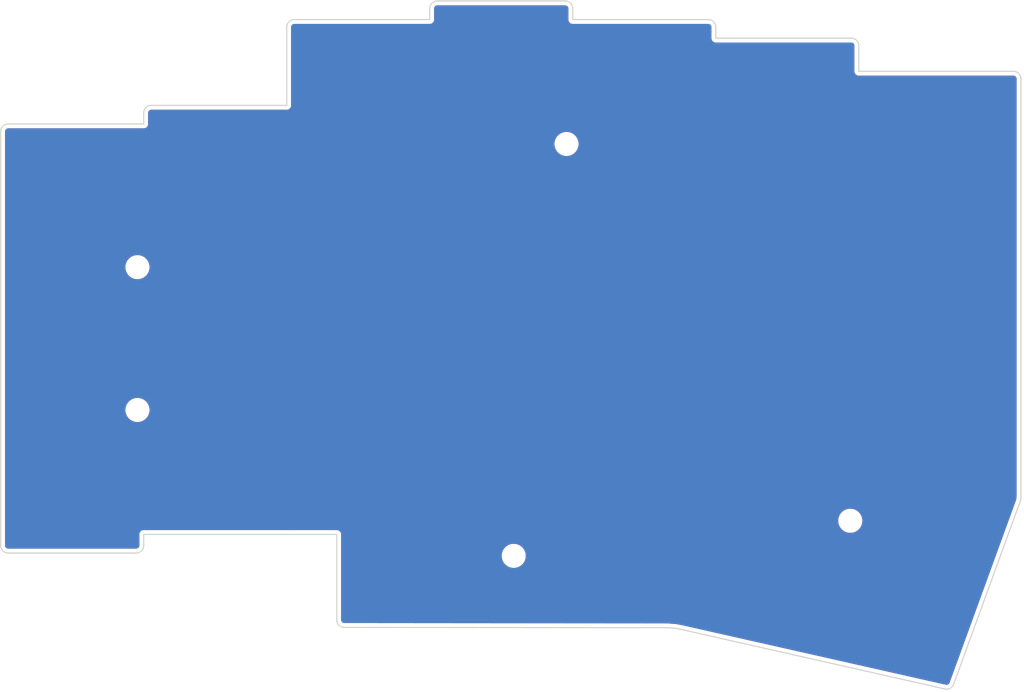
<source format=kicad_pcb>
(kicad_pcb (version 20171130) (host pcbnew "(5.1.10)-1")

  (general
    (thickness 1.6)
    (drawings 37)
    (tracks 0)
    (zones 0)
    (modules 5)
    (nets 1)
  )

  (page A4)
  (layers
    (0 F.Cu signal)
    (31 B.Cu signal)
    (32 B.Adhes user)
    (33 F.Adhes user)
    (34 B.Paste user)
    (35 F.Paste user)
    (36 B.SilkS user)
    (37 F.SilkS user)
    (38 B.Mask user)
    (39 F.Mask user)
    (40 Dwgs.User user)
    (41 Cmts.User user)
    (42 Eco1.User user)
    (43 Eco2.User user)
    (44 Edge.Cuts user)
    (45 Margin user)
    (46 B.CrtYd user)
    (47 F.CrtYd user)
    (48 B.Fab user)
    (49 F.Fab user)
  )

  (setup
    (last_trace_width 0.25)
    (trace_clearance 0.2)
    (zone_clearance 0.508)
    (zone_45_only no)
    (trace_min 0.2)
    (via_size 0.8)
    (via_drill 0.4)
    (via_min_size 0.4)
    (via_min_drill 0.3)
    (uvia_size 0.3)
    (uvia_drill 0.1)
    (uvias_allowed no)
    (uvia_min_size 0.2)
    (uvia_min_drill 0.1)
    (edge_width 0.05)
    (segment_width 0.2)
    (pcb_text_width 0.3)
    (pcb_text_size 1.5 1.5)
    (mod_edge_width 0.12)
    (mod_text_size 1 1)
    (mod_text_width 0.15)
    (pad_size 2.2 2.2)
    (pad_drill 2.2)
    (pad_to_mask_clearance 0)
    (aux_axis_origin 0 0)
    (visible_elements 7FFFFFFF)
    (pcbplotparams
      (layerselection 0x010fc_ffffffff)
      (usegerberextensions false)
      (usegerberattributes true)
      (usegerberadvancedattributes true)
      (creategerberjobfile false)
      (excludeedgelayer true)
      (linewidth 0.100000)
      (plotframeref false)
      (viasonmask false)
      (mode 1)
      (useauxorigin false)
      (hpglpennumber 1)
      (hpglpenspeed 20)
      (hpglpendiameter 15.000000)
      (psnegative false)
      (psa4output false)
      (plotreference true)
      (plotvalue true)
      (plotinvisibletext false)
      (padsonsilk false)
      (subtractmaskfromsilk false)
      (outputformat 1)
      (mirror false)
      (drillshape 0)
      (scaleselection 1)
      (outputdirectory "gerber/"))
  )

  (net 0 "")

  (net_class Default "This is the default net class."
    (clearance 0.2)
    (trace_width 0.25)
    (via_dia 0.8)
    (via_drill 0.4)
    (uvia_dia 0.3)
    (uvia_drill 0.1)
  )

  (module kbd:M2_HOLE_v2 (layer F.Cu) (tedit 6129D05A) (tstamp 612A2FA8)
    (at 95.7288 36.9062)
    (descr "Mounting Hole 2.2mm, no annular, M2")
    (tags "mounting hole 2.2mm no annular m2")
    (attr virtual)
    (fp_text reference Ref** (at -0.95 -0.55) (layer F.Fab) hide
      (effects (font (size 1 1) (thickness 0.15)))
    )
    (fp_text value Val** (at 0 0.55) (layer F.Fab) hide
      (effects (font (size 1 1) (thickness 0.15)))
    )
    (pad "" np_thru_hole circle (at 0 0) (size 2.2 2.2) (drill 2.2) (layers *.Cu *.Mask))
  )

  (module kbd:M2_HOLE_v2 (layer F.Cu) (tedit 6129CFE8) (tstamp 612A2F6C)
    (at 38.5788 53.3146)
    (descr "Mounting Hole 2.2mm, no annular, M2")
    (tags "mounting hole 2.2mm no annular m2")
    (attr virtual)
    (fp_text reference Ref** (at -0.95 -0.55) (layer F.Fab) hide
      (effects (font (size 1 1) (thickness 0.15)))
    )
    (fp_text value Val** (at 0 0.55) (layer F.Fab) hide
      (effects (font (size 1 1) (thickness 0.15)))
    )
    (pad "" np_thru_hole circle (at 0 0) (size 2.2 2.2) (drill 2.2) (layers *.Cu *.Mask))
  )

  (module kbd:M2_HOLE_v2 (layer F.Cu) (tedit 6129CFCF) (tstamp 612A2F41)
    (at 38.5788 72.3392)
    (descr "Mounting Hole 2.2mm, no annular, M2")
    (tags "mounting hole 2.2mm no annular m2")
    (attr virtual)
    (fp_text reference Ref** (at -0.95 -0.55) (layer F.Fab) hide
      (effects (font (size 1 1) (thickness 0.15)))
    )
    (fp_text value Val** (at 0 0.55) (layer F.Fab) hide
      (effects (font (size 1 1) (thickness 0.15)))
    )
    (pad "" np_thru_hole circle (at 0 0) (size 2.2 2.2) (drill 2.2) (layers *.Cu *.Mask))
  )

  (module kbd:M2_HOLE_v2 (layer F.Cu) (tedit 6129CFB2) (tstamp 612A2F1C)
    (at 133.5278 87.0966)
    (descr "Mounting Hole 2.2mm, no annular, M2")
    (tags "mounting hole 2.2mm no annular m2")
    (attr virtual)
    (fp_text reference Ref** (at -0.95 -0.55) (layer F.Fab) hide
      (effects (font (size 1 1) (thickness 0.15)))
    )
    (fp_text value Val** (at 0 0.55) (layer F.Fab) hide
      (effects (font (size 1 1) (thickness 0.15)))
    )
    (pad "" np_thru_hole circle (at 0 0) (size 2.2 2.2) (drill 2.2) (layers *.Cu *.Mask))
  )

  (module kbd:M2_HOLE_v2 (layer F.Cu) (tedit 6129CF95) (tstamp 612A2EDE)
    (at 88.6968 91.7702)
    (descr "Mounting Hole 2.2mm, no annular, M2")
    (tags "mounting hole 2.2mm no annular m2")
    (attr virtual)
    (fp_text reference Ref** (at -0.95 -0.55) (layer F.Fab) hide
      (effects (font (size 1 1) (thickness 0.15)))
    )
    (fp_text value Val** (at 0 0.55) (layer F.Fab) hide
      (effects (font (size 1 1) (thickness 0.15)))
    )
    (pad "" np_thru_hole circle (at 0 0) (size 2.2 2.2) (drill 2.2) (layers *.Cu *.Mask))
  )

  (gr_line (start 147.295747 108.870296) (end 156.144759 84.557828) (layer Edge.Cuts) (width 0.15))
  (gr_line (start 156.265374 83.873788) (end 156.265374 28.226442) (layer Edge.Cuts) (width 0.15))
  (gr_line (start 110.938595 101.55787) (end 146.135844 109.503728) (layer Edge.Cuts) (width 0.15))
  (gr_arc (start 154.265374 83.873788) (end 156.144759 84.557828) (angle -19.99999467) (layer Edge.Cuts) (width 0.15))
  (gr_arc (start 146.356055 108.528275) (end 146.135844 109.503728) (angle -82.721402) (layer Edge.Cuts) (width 0.15))
  (gr_line (start 115.611401 22.8125) (end 115.611401 21.336) (layer Edge.Cuts) (width 0.15))
  (gr_arc (start 155.265374 28.226442) (end 156.265374 28.226442) (angle -90) (layer Edge.Cuts) (width 0.15))
  (gr_line (start 115.611401 22.8125) (end 133.661401 22.812501) (layer Edge.Cuts) (width 0.15))
  (gr_arc (start 66.128901 100.299377) (end 65.128901 100.299377) (angle -89.94975128) (layer Edge.Cuts) (width 0.15))
  (gr_line (start 39.411401 34.2425) (end 39.4114 32.766) (layer Edge.Cuts) (width 0.15))
  (gr_line (start 39.411401 34.2425) (end 21.361401 34.2425) (layer Edge.Cuts) (width 0.15))
  (gr_arc (start 21.361402 90.3925) (end 20.361402 90.3925) (angle -90) (layer Edge.Cuts) (width 0.15))
  (gr_arc (start 78.5114 18.8595) (end 78.511401 17.8595) (angle -90) (layer Edge.Cuts) (width 0.15))
  (gr_line (start 96.561401 20.336) (end 96.561401 18.8595) (layer Edge.Cuts) (width 0.15))
  (gr_line (start 58.4614 88.916) (end 65.128901 88.916) (layer Edge.Cuts) (width 0.15))
  (gr_arc (start 38.411401 90.3925) (end 38.411401 91.392501) (angle -90) (layer Edge.Cuts) (width 0.15))
  (gr_line (start 77.511401 20.336) (end 59.461401 20.336) (layer Edge.Cuts) (width 0.15))
  (gr_line (start 20.361401 35.2425) (end 20.361402 90.3925) (layer Edge.Cuts) (width 0.15))
  (gr_line (start 96.561401 20.336) (end 114.611401 20.336) (layer Edge.Cuts) (width 0.15))
  (gr_line (start 58.461401 21.336) (end 58.4614 31.766) (layer Edge.Cuts) (width 0.15))
  (gr_line (start 134.6614 27.226442) (end 155.265374 27.226442) (layer Edge.Cuts) (width 0.15))
  (gr_arc (start 21.361401 35.2425) (end 21.361401 34.2425) (angle -90) (layer Edge.Cuts) (width 0.15))
  (gr_line (start 39.411401 90.3925) (end 39.411401 88.916) (layer Edge.Cuts) (width 0.15))
  (gr_arc (start 95.561401 18.8595) (end 96.561401 18.8595) (angle -90) (layer Edge.Cuts) (width 0.15))
  (gr_arc (start 133.661401 23.8125) (end 134.6614 23.8125) (angle -90) (layer Edge.Cuts) (width 0.15))
  (gr_line (start 38.411401 91.392501) (end 21.361401 91.392501) (layer Edge.Cuts) (width 0.15))
  (gr_line (start 134.6614 27.226442) (end 134.6614 23.8125) (layer Edge.Cuts) (width 0.15))
  (gr_line (start 58.4614 31.766) (end 40.411401 31.766) (layer Edge.Cuts) (width 0.15))
  (gr_line (start 66.128023 101.299377) (end 108.964593 101.336945) (layer Edge.Cuts) (width 0.15))
  (gr_line (start 95.561401 17.859501) (end 78.511401 17.8595) (layer Edge.Cuts) (width 0.15))
  (gr_arc (start 114.611401 21.336) (end 115.611401 21.336) (angle -90) (layer Edge.Cuts) (width 0.15))
  (gr_line (start 39.411401 88.916) (end 58.4614 88.916) (layer Edge.Cuts) (width 0.15))
  (gr_arc (start 108.9567 110.33694) (end 110.938595 101.55787) (angle -12.67115316) (layer Edge.Cuts) (width 0.15))
  (gr_line (start 77.511401 20.336) (end 77.511401 18.8595) (layer Edge.Cuts) (width 0.15))
  (gr_line (start 65.128901 88.916) (end 65.128901 100.299377) (layer Edge.Cuts) (width 0.15))
  (gr_arc (start 59.4614 21.336) (end 59.461401 20.336) (angle -90) (layer Edge.Cuts) (width 0.15))
  (gr_arc (start 40.4114 32.766) (end 40.411401 31.766) (angle -90) (layer Edge.Cuts) (width 0.15))

  (zone (net 0) (net_name "") (layer F.Cu) (tstamp 612A334E) (hatch edge 0.508)
    (connect_pads (clearance 0.508))
    (min_thickness 0.254)
    (fill yes (arc_segments 32) (thermal_gap 0.508) (thermal_bridge_width 0.508))
    (polygon
      (pts
        (xy 96.6724 17.8562) (xy 96.6724 20.1422) (xy 115.824 20.1676) (xy 115.7478 22.733) (xy 134.9248 22.5298)
        (xy 134.747 26.9748) (xy 156.5148 27.0764) (xy 156.4386 84.2264) (xy 147.1168 109.9312) (xy 110.3122 101.3714)
        (xy 65.2526 101.4222) (xy 64.9986 89.0524) (xy 39.497 89.0016) (xy 39.624 91.5162) (xy 20.2946 91.5416)
        (xy 20.2692 34.0106) (xy 39.3192 34.1376) (xy 39.243 31.6738) (xy 58.1914 31.6738) (xy 58.293 20.2692)
        (xy 77.4192 20.2946) (xy 77.5716 17.7546)
      )
    )
    (filled_polygon
      (pts
        (xy 95.526689 18.569501) (xy 95.617066 18.578363) (xy 95.670615 18.59453) (xy 95.719998 18.620788) (xy 95.763346 18.656141)
        (xy 95.799001 18.69924) (xy 95.825602 18.748437) (xy 95.842143 18.801875) (xy 95.851402 18.889964) (xy 95.851401 20.301122)
        (xy 95.847966 20.336) (xy 95.861674 20.475184) (xy 95.902273 20.60902) (xy 95.968201 20.732363) (xy 96.056926 20.840475)
        (xy 96.133713 20.903492) (xy 96.165038 20.9292) (xy 96.288381 20.995128) (xy 96.422217 21.035727) (xy 96.561401 21.049435)
        (xy 96.596278 21.046) (xy 114.576679 21.046) (xy 114.667066 21.054863) (xy 114.720615 21.07103) (xy 114.769998 21.097288)
        (xy 114.813346 21.132641) (xy 114.849001 21.17574) (xy 114.875602 21.224937) (xy 114.892143 21.278375) (xy 114.901402 21.366464)
        (xy 114.901401 22.777632) (xy 114.897967 22.8125) (xy 114.901401 22.847369) (xy 114.901401 22.847376) (xy 114.911674 22.951683)
        (xy 114.952273 23.085519) (xy 115.018201 23.208862) (xy 115.106926 23.316974) (xy 115.215038 23.4057) (xy 115.338381 23.471628)
        (xy 115.472217 23.512227) (xy 115.611401 23.525935) (xy 115.646288 23.522499) (xy 133.626679 23.522501) (xy 133.717066 23.531364)
        (xy 133.770615 23.547531) (xy 133.819999 23.573789) (xy 133.863346 23.609142) (xy 133.898998 23.652237) (xy 133.9256 23.701438)
        (xy 133.942142 23.754877) (xy 133.951401 23.842964) (xy 133.9514 27.191565) (xy 133.947965 27.226442) (xy 133.961673 27.365626)
        (xy 134.002272 27.499462) (xy 134.0682 27.622805) (xy 134.156925 27.730917) (xy 134.235861 27.795698) (xy 134.265037 27.819642)
        (xy 134.38838 27.88557) (xy 134.522216 27.926169) (xy 134.6614 27.939877) (xy 134.696277 27.936442) (xy 155.230652 27.936442)
        (xy 155.321039 27.945305) (xy 155.374588 27.961472) (xy 155.423971 27.98773) (xy 155.467319 28.023083) (xy 155.502974 28.066182)
        (xy 155.529575 28.115379) (xy 155.546116 28.168817) (xy 155.555375 28.256906) (xy 155.555374 83.839067) (xy 155.526735 84.131151)
        (xy 155.468252 84.340613) (xy 146.64044 108.594838) (xy 146.6012 108.676738) (xy 146.567692 108.721528) (xy 146.526124 108.758957)
        (xy 146.478085 108.787593) (xy 146.425389 108.806358) (xy 146.370051 108.814529) (xy 146.292756 108.810749) (xy 146.279161 108.808214)
        (xy 111.060923 100.857619) (xy 111.045321 100.855677) (xy 110.280388 100.718239) (xy 110.273384 100.717455) (xy 110.266514 100.715888)
        (xy 110.202506 100.708651) (xy 109.023519 100.629304) (xy 109.000092 100.626976) (xy 66.163378 100.589408) (xy 66.072989 100.580466)
        (xy 66.019455 100.564252) (xy 65.970094 100.537951) (xy 65.926777 100.502559) (xy 65.891164 100.459433) (xy 65.864601 100.410202)
        (xy 65.848108 100.356757) (xy 65.838901 100.268416) (xy 65.838901 91.599317) (xy 86.9618 91.599317) (xy 86.9618 91.941083)
        (xy 87.028475 92.276281) (xy 87.159263 92.592031) (xy 87.349137 92.876198) (xy 87.590802 93.117863) (xy 87.874969 93.307737)
        (xy 88.190719 93.438525) (xy 88.525917 93.5052) (xy 88.867683 93.5052) (xy 89.202881 93.438525) (xy 89.518631 93.307737)
        (xy 89.802798 93.117863) (xy 90.044463 92.876198) (xy 90.234337 92.592031) (xy 90.365125 92.276281) (xy 90.4318 91.941083)
        (xy 90.4318 91.599317) (xy 90.365125 91.264119) (xy 90.234337 90.948369) (xy 90.044463 90.664202) (xy 89.802798 90.422537)
        (xy 89.518631 90.232663) (xy 89.202881 90.101875) (xy 88.867683 90.0352) (xy 88.525917 90.0352) (xy 88.190719 90.101875)
        (xy 87.874969 90.232663) (xy 87.590802 90.422537) (xy 87.349137 90.664202) (xy 87.159263 90.948369) (xy 87.028475 91.264119)
        (xy 86.9618 91.599317) (xy 65.838901 91.599317) (xy 65.838901 88.950877) (xy 65.842336 88.916) (xy 65.828628 88.776816)
        (xy 65.788029 88.64298) (xy 65.722101 88.519637) (xy 65.633376 88.411525) (xy 65.525264 88.3228) (xy 65.401921 88.256872)
        (xy 65.268085 88.216273) (xy 65.163778 88.206) (xy 65.128901 88.202565) (xy 65.094024 88.206) (xy 39.446278 88.206)
        (xy 39.411401 88.202565) (xy 39.376524 88.206) (xy 39.272217 88.216273) (xy 39.138381 88.256872) (xy 39.015038 88.3228)
        (xy 38.906926 88.411525) (xy 38.818201 88.519637) (xy 38.752273 88.64298) (xy 38.711674 88.776816) (xy 38.697966 88.916)
        (xy 38.701402 88.950887) (xy 38.701401 90.357789) (xy 38.69254 90.448165) (xy 38.676372 90.501714) (xy 38.650113 90.5511)
        (xy 38.614762 90.594445) (xy 38.571666 90.630097) (xy 38.522459 90.656703) (xy 38.469026 90.673243) (xy 38.380946 90.682501)
        (xy 21.396133 90.682501) (xy 21.305738 90.673638) (xy 21.252188 90.65747) (xy 21.202805 90.631212) (xy 21.159455 90.595857)
        (xy 21.123803 90.552761) (xy 21.097201 90.503563) (xy 21.08066 90.450125) (xy 21.071402 90.362045) (xy 21.071402 86.925717)
        (xy 131.7928 86.925717) (xy 131.7928 87.267483) (xy 131.859475 87.602681) (xy 131.990263 87.918431) (xy 132.180137 88.202598)
        (xy 132.421802 88.444263) (xy 132.705969 88.634137) (xy 133.021719 88.764925) (xy 133.356917 88.8316) (xy 133.698683 88.8316)
        (xy 134.033881 88.764925) (xy 134.349631 88.634137) (xy 134.633798 88.444263) (xy 134.875463 88.202598) (xy 135.065337 87.918431)
        (xy 135.196125 87.602681) (xy 135.2628 87.267483) (xy 135.2628 86.925717) (xy 135.196125 86.590519) (xy 135.065337 86.274769)
        (xy 134.875463 85.990602) (xy 134.633798 85.748937) (xy 134.349631 85.559063) (xy 134.033881 85.428275) (xy 133.698683 85.3616)
        (xy 133.356917 85.3616) (xy 133.021719 85.428275) (xy 132.705969 85.559063) (xy 132.421802 85.748937) (xy 132.180137 85.990602)
        (xy 131.990263 86.274769) (xy 131.859475 86.590519) (xy 131.7928 86.925717) (xy 21.071402 86.925717) (xy 21.071402 72.168317)
        (xy 36.8438 72.168317) (xy 36.8438 72.510083) (xy 36.910475 72.845281) (xy 37.041263 73.161031) (xy 37.231137 73.445198)
        (xy 37.472802 73.686863) (xy 37.756969 73.876737) (xy 38.072719 74.007525) (xy 38.407917 74.0742) (xy 38.749683 74.0742)
        (xy 39.084881 74.007525) (xy 39.400631 73.876737) (xy 39.684798 73.686863) (xy 39.926463 73.445198) (xy 40.116337 73.161031)
        (xy 40.247125 72.845281) (xy 40.3138 72.510083) (xy 40.3138 72.168317) (xy 40.247125 71.833119) (xy 40.116337 71.517369)
        (xy 39.926463 71.233202) (xy 39.684798 70.991537) (xy 39.400631 70.801663) (xy 39.084881 70.670875) (xy 38.749683 70.6042)
        (xy 38.407917 70.6042) (xy 38.072719 70.670875) (xy 37.756969 70.801663) (xy 37.472802 70.991537) (xy 37.231137 71.233202)
        (xy 37.041263 71.517369) (xy 36.910475 71.833119) (xy 36.8438 72.168317) (xy 21.071402 72.168317) (xy 21.071401 53.143717)
        (xy 36.8438 53.143717) (xy 36.8438 53.485483) (xy 36.910475 53.820681) (xy 37.041263 54.136431) (xy 37.231137 54.420598)
        (xy 37.472802 54.662263) (xy 37.756969 54.852137) (xy 38.072719 54.982925) (xy 38.407917 55.0496) (xy 38.749683 55.0496)
        (xy 39.084881 54.982925) (xy 39.400631 54.852137) (xy 39.684798 54.662263) (xy 39.926463 54.420598) (xy 40.116337 54.136431)
        (xy 40.247125 53.820681) (xy 40.3138 53.485483) (xy 40.3138 53.143717) (xy 40.247125 52.808519) (xy 40.116337 52.492769)
        (xy 39.926463 52.208602) (xy 39.684798 51.966937) (xy 39.400631 51.777063) (xy 39.084881 51.646275) (xy 38.749683 51.5796)
        (xy 38.407917 51.5796) (xy 38.072719 51.646275) (xy 37.756969 51.777063) (xy 37.472802 51.966937) (xy 37.231137 52.208602)
        (xy 37.041263 52.492769) (xy 36.910475 52.808519) (xy 36.8438 53.143717) (xy 21.071401 53.143717) (xy 21.071401 36.735317)
        (xy 93.9938 36.735317) (xy 93.9938 37.077083) (xy 94.060475 37.412281) (xy 94.191263 37.728031) (xy 94.381137 38.012198)
        (xy 94.622802 38.253863) (xy 94.906969 38.443737) (xy 95.222719 38.574525) (xy 95.557917 38.6412) (xy 95.899683 38.6412)
        (xy 96.234881 38.574525) (xy 96.550631 38.443737) (xy 96.834798 38.253863) (xy 97.076463 38.012198) (xy 97.266337 37.728031)
        (xy 97.397125 37.412281) (xy 97.4638 37.077083) (xy 97.4638 36.735317) (xy 97.397125 36.400119) (xy 97.266337 36.084369)
        (xy 97.076463 35.800202) (xy 96.834798 35.558537) (xy 96.550631 35.368663) (xy 96.234881 35.237875) (xy 95.899683 35.1712)
        (xy 95.557917 35.1712) (xy 95.222719 35.237875) (xy 94.906969 35.368663) (xy 94.622802 35.558537) (xy 94.381137 35.800202)
        (xy 94.191263 36.084369) (xy 94.060475 36.400119) (xy 93.9938 36.735317) (xy 21.071401 36.735317) (xy 21.0714 35.277232)
        (xy 21.080264 35.186835) (xy 21.096431 35.133286) (xy 21.122689 35.083903) (xy 21.158042 35.040555) (xy 21.201141 35.0049)
        (xy 21.250338 34.978299) (xy 21.303776 34.961758) (xy 21.391856 34.9525) (xy 39.376532 34.9525) (xy 39.411401 34.955934)
        (xy 39.446268 34.9525) (xy 39.446278 34.9525) (xy 39.550585 34.942227) (xy 39.684421 34.901628) (xy 39.807764 34.8357)
        (xy 39.915876 34.746975) (xy 40.004601 34.638863) (xy 40.070529 34.51552) (xy 40.111128 34.381684) (xy 40.124836 34.2425)
        (xy 40.121401 34.207622) (xy 40.121399 32.80073) (xy 40.130263 32.710334) (xy 40.14643 32.656785) (xy 40.172687 32.607402)
        (xy 40.208041 32.564054) (xy 40.251138 32.528402) (xy 40.300338 32.501799) (xy 40.353775 32.485258) (xy 40.441856 32.476)
        (xy 58.426533 32.476) (xy 58.4614 32.479434) (xy 58.496269 32.476) (xy 58.496277 32.476) (xy 58.600584 32.465727)
        (xy 58.73442 32.425128) (xy 58.857763 32.3592) (xy 58.965875 32.270475) (xy 59.0546 32.162363) (xy 59.120528 32.03902)
        (xy 59.161127 31.905184) (xy 59.174835 31.766) (xy 59.171399 31.731113) (xy 59.171401 21.370711) (xy 59.180263 21.280334)
        (xy 59.19643 21.226785) (xy 59.222687 21.177402) (xy 59.258041 21.134054) (xy 59.301138 21.098402) (xy 59.350338 21.071799)
        (xy 59.403775 21.055258) (xy 59.491856 21.046) (xy 77.476524 21.046) (xy 77.511401 21.049435) (xy 77.546278 21.046)
        (xy 77.650585 21.035727) (xy 77.784421 20.995128) (xy 77.907764 20.9292) (xy 78.015876 20.840475) (xy 78.104601 20.732363)
        (xy 78.170529 20.60902) (xy 78.211128 20.475184) (xy 78.224836 20.336) (xy 78.221401 20.301123) (xy 78.221401 18.89421)
        (xy 78.230263 18.803834) (xy 78.24643 18.750285) (xy 78.272687 18.700902) (xy 78.308041 18.657554) (xy 78.351138 18.621902)
        (xy 78.400338 18.595299) (xy 78.453775 18.578758) (xy 78.541865 18.569499)
      )
    )
  )
  (zone (net 0) (net_name "") (layer B.Cu) (tstamp 612A334B) (hatch edge 0.508)
    (connect_pads (clearance 0.508))
    (min_thickness 0.254)
    (fill yes (arc_segments 32) (thermal_gap 0.508) (thermal_bridge_width 0.508))
    (polygon
      (pts
        (xy 96.647 17.8308) (xy 96.6978 20.1676) (xy 115.824 20.1676) (xy 115.7732 22.733) (xy 134.8486 22.5806)
        (xy 134.8232 26.9748) (xy 156.6672 27.0764) (xy 156.3878 84.3026) (xy 147.0914 109.7534) (xy 110.0328 101.7778)
        (xy 65.1764 101.473) (xy 64.9986 89.0524) (xy 39.5478 89.0778) (xy 39.5224 91.567) (xy 20.2946 91.4146)
        (xy 20.2692 33.9852) (xy 39.37 34.163) (xy 39.2684 31.6992) (xy 58.3184 31.6992) (xy 58.3184 20.2946)
        (xy 77.3938 20.32) (xy 77.4446 17.7292)
      )
    )
    (filled_polygon
      (pts
        (xy 95.526689 18.569501) (xy 95.617066 18.578363) (xy 95.670615 18.59453) (xy 95.719998 18.620788) (xy 95.763346 18.656141)
        (xy 95.799001 18.69924) (xy 95.825602 18.748437) (xy 95.842143 18.801875) (xy 95.851402 18.889964) (xy 95.851401 20.301122)
        (xy 95.847966 20.336) (xy 95.861674 20.475184) (xy 95.902273 20.60902) (xy 95.968201 20.732363) (xy 96.056926 20.840475)
        (xy 96.133713 20.903492) (xy 96.165038 20.9292) (xy 96.288381 20.995128) (xy 96.422217 21.035727) (xy 96.561401 21.049435)
        (xy 96.596278 21.046) (xy 114.576679 21.046) (xy 114.667066 21.054863) (xy 114.720615 21.07103) (xy 114.769998 21.097288)
        (xy 114.813346 21.132641) (xy 114.849001 21.17574) (xy 114.875602 21.224937) (xy 114.892143 21.278375) (xy 114.901402 21.366464)
        (xy 114.901401 22.777632) (xy 114.897967 22.8125) (xy 114.901401 22.847369) (xy 114.901401 22.847376) (xy 114.911674 22.951683)
        (xy 114.952273 23.085519) (xy 115.018201 23.208862) (xy 115.106926 23.316974) (xy 115.215038 23.4057) (xy 115.338381 23.471628)
        (xy 115.472217 23.512227) (xy 115.611401 23.525935) (xy 115.646288 23.522499) (xy 133.626679 23.522501) (xy 133.717066 23.531364)
        (xy 133.770615 23.547531) (xy 133.819999 23.573789) (xy 133.863346 23.609142) (xy 133.898998 23.652237) (xy 133.9256 23.701438)
        (xy 133.942142 23.754877) (xy 133.951401 23.842964) (xy 133.9514 27.191565) (xy 133.947965 27.226442) (xy 133.961673 27.365626)
        (xy 134.002272 27.499462) (xy 134.0682 27.622805) (xy 134.156925 27.730917) (xy 134.235861 27.795698) (xy 134.265037 27.819642)
        (xy 134.38838 27.88557) (xy 134.522216 27.926169) (xy 134.6614 27.939877) (xy 134.696277 27.936442) (xy 155.230652 27.936442)
        (xy 155.321039 27.945305) (xy 155.374588 27.961472) (xy 155.423971 27.98773) (xy 155.467319 28.023083) (xy 155.502974 28.066182)
        (xy 155.529575 28.115379) (xy 155.546116 28.168817) (xy 155.555375 28.256906) (xy 155.555374 83.839067) (xy 155.526735 84.131151)
        (xy 155.468252 84.340613) (xy 146.64044 108.594838) (xy 146.6012 108.676738) (xy 146.567692 108.721528) (xy 146.526124 108.758957)
        (xy 146.478085 108.787593) (xy 146.425389 108.806358) (xy 146.370051 108.814529) (xy 146.292756 108.810749) (xy 146.279161 108.808214)
        (xy 111.060923 100.857619) (xy 111.045321 100.855677) (xy 110.280388 100.718239) (xy 110.273384 100.717455) (xy 110.266514 100.715888)
        (xy 110.202506 100.708651) (xy 109.023519 100.629304) (xy 109.000092 100.626976) (xy 66.163378 100.589408) (xy 66.072989 100.580466)
        (xy 66.019455 100.564252) (xy 65.970094 100.537951) (xy 65.926777 100.502559) (xy 65.891164 100.459433) (xy 65.864601 100.410202)
        (xy 65.848108 100.356757) (xy 65.838901 100.268416) (xy 65.838901 91.599317) (xy 86.9618 91.599317) (xy 86.9618 91.941083)
        (xy 87.028475 92.276281) (xy 87.159263 92.592031) (xy 87.349137 92.876198) (xy 87.590802 93.117863) (xy 87.874969 93.307737)
        (xy 88.190719 93.438525) (xy 88.525917 93.5052) (xy 88.867683 93.5052) (xy 89.202881 93.438525) (xy 89.518631 93.307737)
        (xy 89.802798 93.117863) (xy 90.044463 92.876198) (xy 90.234337 92.592031) (xy 90.365125 92.276281) (xy 90.4318 91.941083)
        (xy 90.4318 91.599317) (xy 90.365125 91.264119) (xy 90.234337 90.948369) (xy 90.044463 90.664202) (xy 89.802798 90.422537)
        (xy 89.518631 90.232663) (xy 89.202881 90.101875) (xy 88.867683 90.0352) (xy 88.525917 90.0352) (xy 88.190719 90.101875)
        (xy 87.874969 90.232663) (xy 87.590802 90.422537) (xy 87.349137 90.664202) (xy 87.159263 90.948369) (xy 87.028475 91.264119)
        (xy 86.9618 91.599317) (xy 65.838901 91.599317) (xy 65.838901 88.950877) (xy 65.842336 88.916) (xy 65.828628 88.776816)
        (xy 65.788029 88.64298) (xy 65.722101 88.519637) (xy 65.633376 88.411525) (xy 65.525264 88.3228) (xy 65.401921 88.256872)
        (xy 65.268085 88.216273) (xy 65.163778 88.206) (xy 65.128901 88.202565) (xy 65.094024 88.206) (xy 39.446278 88.206)
        (xy 39.411401 88.202565) (xy 39.376524 88.206) (xy 39.272217 88.216273) (xy 39.138381 88.256872) (xy 39.015038 88.3228)
        (xy 38.906926 88.411525) (xy 38.818201 88.519637) (xy 38.752273 88.64298) (xy 38.711674 88.776816) (xy 38.697966 88.916)
        (xy 38.701402 88.950887) (xy 38.701401 90.357789) (xy 38.69254 90.448165) (xy 38.676372 90.501714) (xy 38.650113 90.5511)
        (xy 38.614762 90.594445) (xy 38.571666 90.630097) (xy 38.522459 90.656703) (xy 38.469026 90.673243) (xy 38.380946 90.682501)
        (xy 21.396133 90.682501) (xy 21.305738 90.673638) (xy 21.252188 90.65747) (xy 21.202805 90.631212) (xy 21.159455 90.595857)
        (xy 21.123803 90.552761) (xy 21.097201 90.503563) (xy 21.08066 90.450125) (xy 21.071402 90.362045) (xy 21.071402 86.925717)
        (xy 131.7928 86.925717) (xy 131.7928 87.267483) (xy 131.859475 87.602681) (xy 131.990263 87.918431) (xy 132.180137 88.202598)
        (xy 132.421802 88.444263) (xy 132.705969 88.634137) (xy 133.021719 88.764925) (xy 133.356917 88.8316) (xy 133.698683 88.8316)
        (xy 134.033881 88.764925) (xy 134.349631 88.634137) (xy 134.633798 88.444263) (xy 134.875463 88.202598) (xy 135.065337 87.918431)
        (xy 135.196125 87.602681) (xy 135.2628 87.267483) (xy 135.2628 86.925717) (xy 135.196125 86.590519) (xy 135.065337 86.274769)
        (xy 134.875463 85.990602) (xy 134.633798 85.748937) (xy 134.349631 85.559063) (xy 134.033881 85.428275) (xy 133.698683 85.3616)
        (xy 133.356917 85.3616) (xy 133.021719 85.428275) (xy 132.705969 85.559063) (xy 132.421802 85.748937) (xy 132.180137 85.990602)
        (xy 131.990263 86.274769) (xy 131.859475 86.590519) (xy 131.7928 86.925717) (xy 21.071402 86.925717) (xy 21.071402 72.168317)
        (xy 36.8438 72.168317) (xy 36.8438 72.510083) (xy 36.910475 72.845281) (xy 37.041263 73.161031) (xy 37.231137 73.445198)
        (xy 37.472802 73.686863) (xy 37.756969 73.876737) (xy 38.072719 74.007525) (xy 38.407917 74.0742) (xy 38.749683 74.0742)
        (xy 39.084881 74.007525) (xy 39.400631 73.876737) (xy 39.684798 73.686863) (xy 39.926463 73.445198) (xy 40.116337 73.161031)
        (xy 40.247125 72.845281) (xy 40.3138 72.510083) (xy 40.3138 72.168317) (xy 40.247125 71.833119) (xy 40.116337 71.517369)
        (xy 39.926463 71.233202) (xy 39.684798 70.991537) (xy 39.400631 70.801663) (xy 39.084881 70.670875) (xy 38.749683 70.6042)
        (xy 38.407917 70.6042) (xy 38.072719 70.670875) (xy 37.756969 70.801663) (xy 37.472802 70.991537) (xy 37.231137 71.233202)
        (xy 37.041263 71.517369) (xy 36.910475 71.833119) (xy 36.8438 72.168317) (xy 21.071402 72.168317) (xy 21.071401 53.143717)
        (xy 36.8438 53.143717) (xy 36.8438 53.485483) (xy 36.910475 53.820681) (xy 37.041263 54.136431) (xy 37.231137 54.420598)
        (xy 37.472802 54.662263) (xy 37.756969 54.852137) (xy 38.072719 54.982925) (xy 38.407917 55.0496) (xy 38.749683 55.0496)
        (xy 39.084881 54.982925) (xy 39.400631 54.852137) (xy 39.684798 54.662263) (xy 39.926463 54.420598) (xy 40.116337 54.136431)
        (xy 40.247125 53.820681) (xy 40.3138 53.485483) (xy 40.3138 53.143717) (xy 40.247125 52.808519) (xy 40.116337 52.492769)
        (xy 39.926463 52.208602) (xy 39.684798 51.966937) (xy 39.400631 51.777063) (xy 39.084881 51.646275) (xy 38.749683 51.5796)
        (xy 38.407917 51.5796) (xy 38.072719 51.646275) (xy 37.756969 51.777063) (xy 37.472802 51.966937) (xy 37.231137 52.208602)
        (xy 37.041263 52.492769) (xy 36.910475 52.808519) (xy 36.8438 53.143717) (xy 21.071401 53.143717) (xy 21.071401 36.735317)
        (xy 93.9938 36.735317) (xy 93.9938 37.077083) (xy 94.060475 37.412281) (xy 94.191263 37.728031) (xy 94.381137 38.012198)
        (xy 94.622802 38.253863) (xy 94.906969 38.443737) (xy 95.222719 38.574525) (xy 95.557917 38.6412) (xy 95.899683 38.6412)
        (xy 96.234881 38.574525) (xy 96.550631 38.443737) (xy 96.834798 38.253863) (xy 97.076463 38.012198) (xy 97.266337 37.728031)
        (xy 97.397125 37.412281) (xy 97.4638 37.077083) (xy 97.4638 36.735317) (xy 97.397125 36.400119) (xy 97.266337 36.084369)
        (xy 97.076463 35.800202) (xy 96.834798 35.558537) (xy 96.550631 35.368663) (xy 96.234881 35.237875) (xy 95.899683 35.1712)
        (xy 95.557917 35.1712) (xy 95.222719 35.237875) (xy 94.906969 35.368663) (xy 94.622802 35.558537) (xy 94.381137 35.800202)
        (xy 94.191263 36.084369) (xy 94.060475 36.400119) (xy 93.9938 36.735317) (xy 21.071401 36.735317) (xy 21.0714 35.277232)
        (xy 21.080264 35.186835) (xy 21.096431 35.133286) (xy 21.122689 35.083903) (xy 21.158042 35.040555) (xy 21.201141 35.0049)
        (xy 21.250338 34.978299) (xy 21.303776 34.961758) (xy 21.391856 34.9525) (xy 39.376532 34.9525) (xy 39.411401 34.955934)
        (xy 39.446268 34.9525) (xy 39.446278 34.9525) (xy 39.550585 34.942227) (xy 39.684421 34.901628) (xy 39.807764 34.8357)
        (xy 39.915876 34.746975) (xy 40.004601 34.638863) (xy 40.070529 34.51552) (xy 40.111128 34.381684) (xy 40.124836 34.2425)
        (xy 40.121401 34.207622) (xy 40.121399 32.80073) (xy 40.130263 32.710334) (xy 40.14643 32.656785) (xy 40.172687 32.607402)
        (xy 40.208041 32.564054) (xy 40.251138 32.528402) (xy 40.300338 32.501799) (xy 40.353775 32.485258) (xy 40.441856 32.476)
        (xy 58.426533 32.476) (xy 58.4614 32.479434) (xy 58.496269 32.476) (xy 58.496277 32.476) (xy 58.600584 32.465727)
        (xy 58.73442 32.425128) (xy 58.857763 32.3592) (xy 58.965875 32.270475) (xy 59.0546 32.162363) (xy 59.120528 32.03902)
        (xy 59.161127 31.905184) (xy 59.174835 31.766) (xy 59.171399 31.731113) (xy 59.171401 21.370711) (xy 59.180263 21.280334)
        (xy 59.19643 21.226785) (xy 59.222687 21.177402) (xy 59.258041 21.134054) (xy 59.301138 21.098402) (xy 59.350338 21.071799)
        (xy 59.403775 21.055258) (xy 59.491856 21.046) (xy 77.476524 21.046) (xy 77.511401 21.049435) (xy 77.546278 21.046)
        (xy 77.650585 21.035727) (xy 77.784421 20.995128) (xy 77.907764 20.9292) (xy 78.015876 20.840475) (xy 78.104601 20.732363)
        (xy 78.170529 20.60902) (xy 78.211128 20.475184) (xy 78.224836 20.336) (xy 78.221401 20.301123) (xy 78.221401 18.89421)
        (xy 78.230263 18.803834) (xy 78.24643 18.750285) (xy 78.272687 18.700902) (xy 78.308041 18.657554) (xy 78.351138 18.621902)
        (xy 78.400338 18.595299) (xy 78.453775 18.578758) (xy 78.541865 18.569499)
      )
    )
  )
)

</source>
